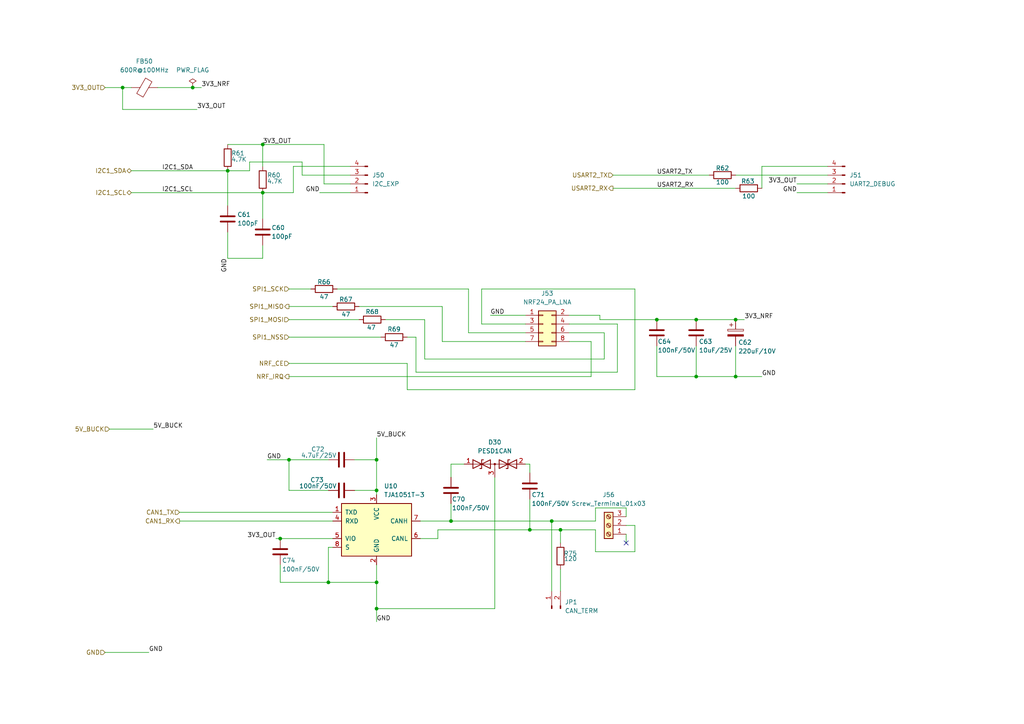
<source format=kicad_sch>
(kicad_sch (version 20250114) (generator "eeschema") (generator_version "9.0")
  (paper "A4")
  (lib_symbols
    (symbol "Connector:Conn_01x02_Pin" (pin_names (offset 1.016) (hide yes))
      (property "Reference" "J" (at 0 2.54 0))
      (property "Value" "Conn_01x02_Pin" (at 0 -5.08 0))
      (symbol "Conn_01x02_Pin_1_1"
        (rectangle (start 0.8636 0.127) (end 0 -0.127) (stroke (width 0.1524)) (fill (type outline)))
        (rectangle (start 0.8636 -2.413) (end 0 -2.667) (stroke (width 0.1524)) (fill (type outline)))
        (polyline (pts (xy 1.27 0) (xy 0.8636 0)) (stroke (width 0.1524)))
        (polyline (pts (xy 1.27 -2.54) (xy 0.8636 -2.54)) (stroke (width 0.1524)))
        (pin passive line (at 5.08 0 180) (length 3.81) (name "Pin_1") (number "1"))
        (pin passive line (at 5.08 -2.54 180) (length 3.81) (name "Pin_2") (number "2"))
      )
    )
    (symbol "Connector:Conn_01x04_Pin" (pin_names (offset 1.016) (hide yes))
      (property "Reference" "J" (at 0 5.08 0))
      (property "Value" "Conn_01x04_Pin" (at 0 -7.62 0))
      (symbol "Conn_01x04_Pin_1_1"
        (rectangle (start 0.8636 2.667) (end 0 2.413) (stroke (width 0.1524)) (fill (type outline)))
        (rectangle (start 0.8636 0.127) (end 0 -0.127) (stroke (width 0.1524)) (fill (type outline)))
        (rectangle (start 0.8636 -2.413) (end 0 -2.667) (stroke (width 0.1524)) (fill (type outline)))
        (rectangle (start 0.8636 -4.953) (end 0 -5.207) (stroke (width 0.1524)) (fill (type outline)))
        (polyline (pts (xy 1.27 2.54) (xy 0.8636 2.54)) (stroke (width 0.1524)))
        (polyline (pts (xy 1.27 0) (xy 0.8636 0)) (stroke (width 0.1524)))
        (polyline (pts (xy 1.27 -2.54) (xy 0.8636 -2.54)) (stroke (width 0.1524)))
        (polyline (pts (xy 1.27 -5.08) (xy 0.8636 -5.08)) (stroke (width 0.1524)))
        (pin passive line (at 5.08 2.54 180) (length 3.81) (name "Pin_1") (number "1"))
        (pin passive line (at 5.08 0 180) (length 3.81) (name "Pin_2") (number "2"))
        (pin passive line (at 5.08 -2.54 180) (length 3.81) (name "Pin_3") (number "3"))
        (pin passive line (at 5.08 -5.08 180) (length 3.81) (name "Pin_4") (number "4"))
      )
    )
    (symbol "Connector:Screw_Terminal_01x03" (pin_names (offset 1.016) (hide yes))
      (property "Reference" "J" (at 0 5.08 0))
      (property "Value" "Screw_Terminal_01x03" (at 0 -5.08 0))
      (symbol "Screw_Terminal_01x03_1_1"
        (rectangle (start -1.27 3.81) (end 1.27 -3.81) (stroke (width 0.254)) (fill (type background)))
        (polyline (pts (xy -0.5334 2.8702) (xy 0.3302 2.032)) (stroke (width 0.1524)))
        (polyline (pts (xy -0.5334 0.3302) (xy 0.3302 -0.508)) (stroke (width 0.1524)))
        (polyline (pts (xy -0.5334 -2.2098) (xy 0.3302 -3.048)) (stroke (width 0.1524)))
        (polyline (pts (xy -0.3556 3.048) (xy 0.508 2.2098)) (stroke (width 0.1524)))
        (polyline (pts (xy -0.3556 0.508) (xy 0.508 -0.3302)) (stroke (width 0.1524)))
        (polyline (pts (xy -0.3556 -2.032) (xy 0.508 -2.8702)) (stroke (width 0.1524)))
        (circle (center 0 2.54) (radius 0.635) (stroke (width 0.1524)))
        (circle (center 0 0) (radius 0.635) (stroke (width 0.1524)))
        (circle (center 0 -2.54) (radius 0.635) (stroke (width 0.1524)))
        (pin passive line (at -5.08 2.54 0) (length 3.81) (name "Pin_1") (number "1"))
        (pin passive line (at -5.08 0 0) (length 3.81) (name "Pin_2") (number "2"))
        (pin passive line (at -5.08 -2.54 0) (length 3.81) (name "Pin_3") (number "3"))
      )
    )
    (symbol "Connector_Generic:Conn_02x04_Odd_Even" (pin_names (offset 1.016) (hide yes))
      (property "Reference" "J" (at 1.27 5.08 0))
      (property "Value" "Conn_02x04_Odd_Even" (at 1.27 -7.62 0))
      (symbol "Conn_02x04_Odd_Even_1_1"
        (rectangle (start -1.27 3.81) (end 3.81 -6.35) (stroke (width 0.254)) (fill (type background)))
        (rectangle (start -1.27 2.667) (end 0 2.413) (stroke (width 0.1524)))
        (rectangle (start -1.27 0.127) (end 0 -0.127) (stroke (width 0.1524)))
        (rectangle (start -1.27 -2.413) (end 0 -2.667) (stroke (width 0.1524)))
        (rectangle (start -1.27 -4.953) (end 0 -5.207) (stroke (width 0.1524)))
        (rectangle (start 3.81 2.667) (end 2.54 2.413) (stroke (width 0.1524)))
        (rectangle (start 3.81 0.127) (end 2.54 -0.127) (stroke (width 0.1524)))
        (rectangle (start 3.81 -2.413) (end 2.54 -2.667) (stroke (width 0.1524)))
        (rectangle (start 3.81 -4.953) (end 2.54 -5.207) (stroke (width 0.1524)))
        (pin passive line (at -5.08 2.54 0) (length 3.81) (name "Pin_1") (number "1"))
        (pin passive line (at -5.08 0 0) (length 3.81) (name "Pin_3") (number "3"))
        (pin passive line (at -5.08 -2.54 0) (length 3.81) (name "Pin_5") (number "5"))
        (pin passive line (at -5.08 -5.08 0) (length 3.81) (name "Pin_7") (number "7"))
        (pin passive line (at 7.62 2.54 180) (length 3.81) (name "Pin_2") (number "2"))
        (pin passive line (at 7.62 0 180) (length 3.81) (name "Pin_4") (number "4"))
        (pin passive line (at 7.62 -2.54 180) (length 3.81) (name "Pin_6") (number "6"))
        (pin passive line (at 7.62 -5.08 180) (length 3.81) (name "Pin_8") (number "8"))
      )
    )
    (symbol "Device:C" (pin_numbers (hide yes)) (pin_names (offset 0.254))
      (property "Reference" "C" (at 0.635 2.54 0))
      (property "Value" "C" (at 0.635 -2.54 0))
      (symbol "C_0_1"
        (polyline (pts (xy -2.032 0.762) (xy 2.032 0.762)) (stroke (width 0.508)))
        (polyline (pts (xy -2.032 -0.762) (xy 2.032 -0.762)) (stroke (width 0.508)))
      )
      (symbol "C_1_1"
        (pin passive line (at 0 3.81 270) (length 2.794) (name "~") (number "1"))
        (pin passive line (at 0 -3.81 90) (length 2.794) (name "~") (number "2"))
      )
    )
    (symbol "Device:C_Polarized" (pin_numbers (hide yes)) (pin_names (offset 0.254))
      (property "Reference" "C" (at 0.635 2.54 0))
      (property "Value" "C_Polarized" (at 0.635 -2.54 0))
      (symbol "C_Polarized_0_1"
        (rectangle (start -2.286 0.508) (end 2.286 1.016))
        (polyline (pts (xy -1.778 2.286) (xy -0.762 2.286)))
        (polyline (pts (xy -1.27 2.794) (xy -1.27 1.778)))
        (rectangle (start 2.286 -0.508) (end -2.286 -1.016) (fill (type outline)))
      )
      (symbol "C_Polarized_1_1"
        (pin passive line (at 0 3.81 270) (length 2.794) (name "~") (number "1"))
        (pin passive line (at 0 -3.81 90) (length 2.794) (name "~") (number "2"))
      )
    )
    (symbol "Device:D_TVS_Dual_AAC" (pin_names (offset 1.016) (hide yes))
      (property "Reference" "D" (at 0 4.445 0))
      (property "Value" "D_TVS_Dual_AAC" (at 0 2.54 0))
      (symbol "D_TVS_Dual_AAC_0_0"
        (polyline (pts (xy 0 -1.27) (xy 0 0)))
      )
      (symbol "D_TVS_Dual_AAC_0_1"
        (polyline (pts (xy -6.35 1.27) (xy -1.27 -1.27) (xy -1.27 1.27) (xy -6.35 -1.27) (xy -6.35 1.27)) (stroke (width 0.254)))
        (polyline (pts (xy -6.35 0) (xy 6.35 0)))
        (polyline (pts (xy -3.302 1.27) (xy -3.81 1.27) (xy -3.81 -1.27) (xy -4.318 -1.27)) (stroke (width 0.254)))
        (circle (center 0 0) (radius 0.254) (fill (type outline)))
        (polyline (pts (xy 4.318 1.27) (xy 3.81 1.27) (xy 3.81 -1.27) (xy 3.302 -1.27)) (stroke (width 0.254)))
        (polyline (pts (xy 6.35 1.27) (xy 1.27 -1.27) (xy 1.27 1.27) (xy 6.35 -1.27) (xy 6.35 1.27)) (stroke (width 0.254)))
      )
      (symbol "D_TVS_Dual_AAC_1_1"
        (pin passive line (at -8.89 0 0) (length 2.54) (name "A1") (number "1"))
        (pin passive line (at 0 -3.81 90) (length 2.54) (name "common") (number "3"))
        (pin passive line (at 8.89 0 180) (length 2.54) (name "A2") (number "2"))
      )
    )
    (symbol "Device:FerriteBead" (pin_numbers (hide yes)) (pin_names (offset 0))
      (property "Reference" "FB" (at -3.81 0.635 90))
      (property "Value" "FerriteBead" (at 3.81 0 90))
      (symbol "FerriteBead_0_1"
        (polyline (pts (xy -2.7686 0.4064) (xy -1.7018 2.2606) (xy 2.7686 -0.3048) (xy 1.6764 -2.159) (xy -2.7686 0.4064)))
        (polyline (pts (xy 0 1.27) (xy 0 1.2954)))
        (polyline (pts (xy 0 -1.27) (xy 0 -1.2192)))
      )
      (symbol "FerriteBead_1_1"
        (pin passive line (at 0 3.81 270) (length 2.54) (name "~") (number "1"))
        (pin passive line (at 0 -3.81 90) (length 2.54) (name "~") (number "2"))
      )
    )
    (symbol "Device:R" (pin_numbers (hide yes)) (pin_names (offset 0))
      (property "Reference" "R" (at 2.032 0 90))
      (property "Value" "R" (at 0 0 90))
      (symbol "R_0_1"
        (rectangle (start -1.016 -2.54) (end 1.016 2.54) (stroke (width 0.254)))
      )
      (symbol "R_1_1"
        (pin passive line (at 0 3.81 270) (length 1.27) (name "~") (number "1"))
        (pin passive line (at 0 -3.81 90) (length 1.27) (name "~") (number "2"))
      )
    )
    (symbol "Interface_CAN_LIN:TJA1051T-3" (pin_names (offset 1.016))
      (property "Reference" "U" (at -10.16 8.89 0))
      (property "Value" "TJA1051T-3" (at 1.27 8.89 0))
      (symbol "TJA1051T-3_0_1"
        (rectangle (start -10.16 7.62) (end 10.16 -7.62) (stroke (width 0.254)) (fill (type background)))
      )
      (symbol "TJA1051T-3_1_1"
        (pin input line (at -12.7 5.08 0) (length 2.54) (name "TXD") (number "1"))
        (pin output line (at -12.7 2.54 0) (length 2.54) (name "RXD") (number "4"))
        (pin power_in line (at -12.7 -2.54 0) (length 2.54) (name "VIO") (number "5"))
        (pin input line (at -12.7 -5.08 0) (length 2.54) (name "S") (number "8"))
        (pin power_in line (at 0 10.16 270) (length 2.54) (name "VCC") (number "3"))
        (pin power_in line (at 0 -10.16 90) (length 2.54) (name "GND") (number "2"))
        (pin bidirectional line (at 12.7 2.54 180) (length 2.54) (name "CANH") (number "7"))
        (pin bidirectional line (at 12.7 -2.54 180) (length 2.54) (name "CANL") (number "6"))
      )
    )
    (symbol "power:PWR_FLAG" (power) (pin_numbers (hide yes)) (pin_names (offset 0) (hide yes))
      (property "Value" "PWR_FLAG" (at 0 3.81 0))
      (symbol "PWR_FLAG_0_0"
        (pin power_out line (at 0 0 90) (length 0) (name "~") (number "1"))
      )
      (symbol "PWR_FLAG_0_1"
        (polyline (pts (xy 0 0) (xy 0 1.27) (xy -1.016 1.905) (xy 0 2.54) (xy 1.016 1.905) (xy 0 1.27)))
      )
    )
  )
  (junction (at 35.56 25.4))
  (junction (at 95.25 168.91))
  (junction (at 201.93 109.22))
  (junction (at 153.67 153.67))
  (junction (at 190.5 92.71))
  (junction (at 109.22 176.53))
  (junction (at 109.22 168.91))
  (junction (at 213.36 109.22))
  (junction (at 55.88 25.4))
  (junction (at 76.2 55.88))
  (junction (at 66.04 49.53))
  (junction (at 130.81 151.13))
  (junction (at 109.22 142.24))
  (junction (at 213.36 92.71))
  (junction (at 83.82 133.35))
  (junction (at 76.2 41.91))
  (junction (at 160.02 151.13))
  (junction (at 81.28 156.21))
  (junction (at 162.56 153.67))
  (junction (at 201.93 92.71))
  (junction (at 109.22 133.35))
  (no_connect (at 181.61 157.48))
  (wire (pts (xy 139.7 93.98) (xy 152.4 93.98)))
  (wire (pts (xy 153.67 134.62) (xy 152.4 134.62)))
  (wire (pts (xy 76.2 71.12) (xy 76.2 74.93)))
  (wire (pts (xy 177.8 50.8) (xy 205.74 50.8)))
  (wire (pts (xy 83.82 133.35) (xy 83.82 142.24)))
  (wire (pts (xy 95.25 158.75) (xy 96.52 158.75)))
  (wire (pts (xy 162.56 165.1) (xy 162.56 171.45)))
  (wire (pts (xy 165.1 96.52) (xy 175.26 96.52)))
  (wire (pts (xy 87.63 50.8) (xy 101.6 50.8)))
  (wire (pts (xy 102.87 133.35) (xy 109.22 133.35)))
  (wire (pts (xy 184.15 160.02) (xy 184.15 152.4)))
  (wire (pts (xy 128.27 88.9) (xy 128.27 99.06)))
  (wire (pts (xy 35.56 25.4) (xy 38.1 25.4)))
  (wire (pts (xy 127 153.67) (xy 153.67 153.67)))
  (wire (pts (xy 83.82 97.79) (xy 110.49 97.79)))
  (wire (pts (xy 66.04 49.53) (xy 72.39 49.53)))
  (wire (pts (xy 55.88 25.4) (xy 58.42 25.4)))
  (wire (pts (xy 173.99 92.71) (xy 190.5 92.71)))
  (wire (pts (xy 109.22 168.91) (xy 95.25 168.91)))
  (wire (pts (xy 92.71 55.88) (xy 101.6 55.88)))
  (wire (pts (xy 201.93 92.71) (xy 213.36 92.71)))
  (wire (pts (xy 130.81 151.13) (xy 160.02 151.13)))
  (wire (pts (xy 66.04 67.31) (xy 66.04 74.93)))
  (wire (pts (xy 130.81 134.62) (xy 134.62 134.62)))
  (wire (pts (xy 128.27 99.06) (xy 152.4 99.06)))
  (wire (pts (xy 181.61 152.4) (xy 184.15 152.4)))
  (wire (pts (xy 190.5 100.33) (xy 190.5 109.22)))
  (wire (pts (xy 231.14 55.88) (xy 240.03 55.88)))
  (wire (pts (xy 76.2 41.91) (xy 76.2 48.26)))
  (wire (pts (xy 30.48 189.23) (xy 43.18 189.23)))
  (wire (pts (xy 139.7 83.82) (xy 139.7 93.98)))
  (wire (pts (xy 83.82 83.82) (xy 90.17 83.82)))
  (wire (pts (xy 93.98 41.91) (xy 93.98 53.34)))
  (wire (pts (xy 38.1 49.53) (xy 66.04 49.53)))
  (wire (pts (xy 135.89 96.52) (xy 152.4 96.52)))
  (wire (pts (xy 81.28 163.83) (xy 81.28 168.91)))
  (wire (pts (xy 35.56 31.75) (xy 57.15 31.75)))
  (wire (pts (xy 66.04 74.93) (xy 76.2 74.93)))
  (wire (pts (xy 109.22 176.53) (xy 143.51 176.53)))
  (wire (pts (xy 153.67 153.67) (xy 162.56 153.67)))
  (wire (pts (xy 118.11 97.79) (xy 120.65 97.79)))
  (wire (pts (xy 76.2 41.91) (xy 93.98 41.91)))
  (wire (pts (xy 121.92 151.13) (xy 130.81 151.13)))
  (wire (pts (xy 72.39 46.99) (xy 87.63 46.99)))
  (wire (pts (xy 220.98 54.61) (xy 220.98 48.26)))
  (wire (pts (xy 173.99 92.71) (xy 173.99 91.44)))
  (wire (pts (xy 111.76 92.71) (xy 123.19 92.71)))
  (wire (pts (xy 130.81 146.05) (xy 130.81 151.13)))
  (wire (pts (xy 95.25 168.91) (xy 95.25 158.75)))
  (wire (pts (xy 181.61 147.32) (xy 181.61 149.86)))
  (wire (pts (xy 184.15 113.03) (xy 184.15 83.82)))
  (wire (pts (xy 179.07 93.98) (xy 165.1 93.98)))
  (wire (pts (xy 76.2 55.88) (xy 76.2 63.5)))
  (wire (pts (xy 52.07 151.13) (xy 96.52 151.13)))
  (wire (pts (xy 72.39 49.53) (xy 72.39 46.99)))
  (wire (pts (xy 30.48 25.4) (xy 35.56 25.4)))
  (wire (pts (xy 172.72 160.02) (xy 184.15 160.02)))
  (wire (pts (xy 85.09 48.26) (xy 101.6 48.26)))
  (wire (pts (xy 118.11 105.41) (xy 118.11 113.03)))
  (wire (pts (xy 130.81 134.62) (xy 130.81 138.43)))
  (wire (pts (xy 143.51 138.43) (xy 143.51 176.53)))
  (wire (pts (xy 83.82 92.71) (xy 104.14 92.71)))
  (wire (pts (xy 162.56 153.67) (xy 172.72 153.67)))
  (wire (pts (xy 102.87 142.24) (xy 109.22 142.24)))
  (wire (pts (xy 160.02 171.45) (xy 160.02 151.13)))
  (wire (pts (xy 109.22 142.24) (xy 109.22 143.51)))
  (wire (pts (xy 172.72 147.32) (xy 181.61 147.32)))
  (wire (pts (xy 153.67 144.78) (xy 153.67 153.67)))
  (wire (pts (xy 83.82 105.41) (xy 118.11 105.41)))
  (wire (pts (xy 190.5 109.22) (xy 201.93 109.22)))
  (wire (pts (xy 38.1 55.88) (xy 76.2 55.88)))
  (wire (pts (xy 213.36 109.22) (xy 220.98 109.22)))
  (wire (pts (xy 77.47 133.35) (xy 83.82 133.35)))
  (wire (pts (xy 118.11 113.03) (xy 184.15 113.03)))
  (wire (pts (xy 135.89 83.82) (xy 135.89 96.52)))
  (wire (pts (xy 109.22 133.35) (xy 109.22 142.24)))
  (wire (pts (xy 123.19 104.14) (xy 175.26 104.14)))
  (wire (pts (xy 162.56 153.67) (xy 162.56 157.48)))
  (wire (pts (xy 213.36 92.71) (xy 215.9 92.71)))
  (wire (pts (xy 172.72 153.67) (xy 172.72 160.02)))
  (wire (pts (xy 83.82 133.35) (xy 95.25 133.35)))
  (wire (pts (xy 153.67 134.62) (xy 153.67 137.16)))
  (wire (pts (xy 201.93 109.22) (xy 213.36 109.22)))
  (wire (pts (xy 85.09 55.88) (xy 85.09 48.26)))
  (wire (pts (xy 201.93 100.33) (xy 201.93 109.22)))
  (wire (pts (xy 104.14 88.9) (xy 128.27 88.9)))
  (wire (pts (xy 109.22 176.53) (xy 109.22 168.91)))
  (wire (pts (xy 81.28 156.21) (xy 96.52 156.21)))
  (wire (pts (xy 142.24 91.44) (xy 152.4 91.44)))
  (wire (pts (xy 120.65 107.95) (xy 179.07 107.95)))
  (wire (pts (xy 52.07 148.59) (xy 96.52 148.59)))
  (wire (pts (xy 213.36 100.33) (xy 213.36 109.22)))
  (wire (pts (xy 66.04 41.91) (xy 76.2 41.91)))
  (wire (pts (xy 35.56 25.4) (xy 35.56 31.75)))
  (wire (pts (xy 80.01 156.21) (xy 81.28 156.21)))
  (wire (pts (xy 121.92 156.21) (xy 127 156.21)))
  (wire (pts (xy 93.98 53.34) (xy 101.6 53.34)))
  (wire (pts (xy 76.2 55.88) (xy 85.09 55.88)))
  (wire (pts (xy 120.65 97.79) (xy 120.65 107.95)))
  (wire (pts (xy 160.02 151.13) (xy 172.72 151.13)))
  (wire (pts (xy 173.99 91.44) (xy 165.1 91.44)))
  (wire (pts (xy 127 156.21) (xy 127 153.67)))
  (wire (pts (xy 190.5 92.71) (xy 201.93 92.71)))
  (wire (pts (xy 109.22 127) (xy 109.22 133.35)))
  (wire (pts (xy 66.04 49.53) (xy 66.04 59.69)))
  (wire (pts (xy 81.28 168.91) (xy 95.25 168.91)))
  (wire (pts (xy 172.72 151.13) (xy 172.72 147.32)))
  (wire (pts (xy 139.7 83.82) (xy 184.15 83.82)))
  (wire (pts (xy 83.82 142.24) (xy 95.25 142.24)))
  (wire (pts (xy 171.45 99.06) (xy 165.1 99.06)))
  (wire (pts (xy 123.19 104.14) (xy 123.19 92.71)))
  (wire (pts (xy 175.26 96.52) (xy 175.26 104.14)))
  (wire (pts (xy 181.61 154.94) (xy 181.61 157.48)))
  (wire (pts (xy 83.82 88.9) (xy 96.52 88.9)))
  (wire (pts (xy 220.98 48.26) (xy 240.03 48.26)))
  (wire (pts (xy 179.07 107.95) (xy 179.07 93.98)))
  (wire (pts (xy 83.82 109.22) (xy 171.45 109.22)))
  (wire (pts (xy 109.22 180.34) (xy 109.22 176.53)))
  (wire (pts (xy 31.75 124.46) (xy 44.45 124.46)))
  (wire (pts (xy 109.22 168.91) (xy 109.22 163.83)))
  (wire (pts (xy 231.14 53.34) (xy 240.03 53.34)))
  (wire (pts (xy 97.79 83.82) (xy 135.89 83.82)))
  (wire (pts (xy 45.72 25.4) (xy 55.88 25.4)))
  (wire (pts (xy 87.63 46.99) (xy 87.63 50.8)))
  (wire (pts (xy 213.36 50.8) (xy 240.03 50.8)))
  (wire (pts (xy 177.8 54.61) (xy 213.36 54.61)))
  (wire (pts (xy 171.45 109.22) (xy 171.45 99.06)))
  (label "3V3_NRF" (at 215.9 92.71 0))
  (label "GND" (at 66.04 74.93 270))
  (label "GND" (at 220.98 109.22 0))
  (label "GND" (at 92.71 55.88 180))
  (label "5V_BUCK" (at 109.22 127 0))
  (label "GND" (at 231.14 55.88 180))
  (label "USART2_TX" (at 190.5 50.8 0))
  (label "3V3_OUT" (at 80.01 156.21 180))
  (label "5V_BUCK" (at 44.45 124.46 0))
  (label "3V3_OUT" (at 76.2 41.91 0))
  (label "3V3_NRF" (at 58.42 25.4 0))
  (label "USART2_RX" (at 190.5 54.61 0))
  (label "3V3_OUT" (at 57.15 31.75 0))
  (label "3V3_OUT" (at 231.14 53.34 180))
  (label "GND" (at 109.22 180.34 0))
  (label "GND" (at 43.18 189.23 0))
  (label "GND" (at 142.24 91.44 0))
  (label "I2C1_SCL" (at 46.99 55.88 0))
  (label "I2C1_SDA" (at 46.99 49.53 0))
  (label "GND" (at 77.47 133.35 0))
  (hierarchical_label "SPI1_MISO" (shape output) (at 83.82 88.9 180))
  (hierarchical_label "NRF_IRQ" (shape output) (at 83.82 109.22 180))
  (hierarchical_label "CAN1_RX" (shape output) (at 52.07 151.13 180))
  (hierarchical_label "USART2_TX" (shape input) (at 177.8 50.8 180))
  (hierarchical_label "SPI1_MOSI" (shape input) (at 83.82 92.71 180))
  (hierarchical_label "CAN1_TX" (shape input) (at 52.07 148.59 180))
  (hierarchical_label "SPI1_SCK" (shape input) (at 83.82 83.82 180))
  (hierarchical_label "5V_BUCK" (shape input) (at 31.75 124.46 180))
  (hierarchical_label "I2C1_SDA" (shape bidirectional) (at 38.1 49.53 180))
  (hierarchical_label "GND" (shape input) (at 30.48 189.23 180))
  (hierarchical_label "I2C1_SCL" (shape bidirectional) (at 38.1 55.88 180))
  (hierarchical_label "NRF_CE" (shape input) (at 83.82 105.41 180))
  (hierarchical_label "SPI1_NSS" (shape input) (at 83.82 97.79 180))
  (hierarchical_label "USART2_RX" (shape output) (at 177.8 54.61 180))
  (hierarchical_label "3V3_OUT" (shape input) (at 30.48 25.4 180))
  (symbol (lib_id "Device:C") (at 99.06 142.24 270) (unit 1)
    (property "Reference" "C73" (at 91.948 139.192 90))
    (property "Value" "100nF/50V" (at 92.202 140.97 90))
    (property "Footprint" "Capacitor_SMD:C_0603_1608Metric" (effects (hide yes)))
    (property "Description" "Unpolarized capacitor" (effects (hide yes)))
    (property "LCSC" "C6119867" (effects (hide yes)))
  )
  (symbol (lib_id "Device:D_TVS_Dual_AAC") (at 143.51 134.62 0) (unit 1)
    (property "Reference" "D30" (at 143.51 128.27 0))
    (property "Value" "PESD1CAN" (at 143.51 130.81 0))
    (property "Footprint" "Package_TO_SOT_SMD:SOT-23" (effects (hide yes)))
    (property "Description" "Bidirectional dual transient-voltage-suppression diode, center on pin 3" (effects (hide yes)))
    (property "LCSC" "C2827654" (effects (hide yes)))
  )
  (symbol (lib_id "Device:C") (at 66.04 63.5 0) (unit 1)
    (property "Reference" "C61" (at 68.834 62.23 0) (effects (justify left)))
    (property "Value" "100pF" (at 68.834 64.77 0) (effects (justify left)))
    (property "Footprint" "Capacitor_SMD:C_0603_1608Metric" (effects (hide yes)))
    (property "Description" "Unpolarized capacitor" (effects (hide yes)))
    (property "LCSC" "C14858" (effects (hide yes)))
  )
  (symbol (lib_id "Device:C") (at 130.81 142.24 0) (unit 1)
    (property "Reference" "C70" (at 131.064 144.78 0) (effects (justify left)))
    (property "Value" "100nF/50V" (at 131.064 147.32 0) (effects (justify left)))
    (property "Footprint" "Capacitor_SMD:C_0603_1608Metric" (effects (hide yes)))
    (property "Description" "Unpolarized capacitor" (effects (hide yes)))
    (property "LCSC" "C6119867" (effects (hide yes)))
  )
  (symbol (lib_id "Connector:Conn_01x02_Pin") (at 160.02 176.53 90) (unit 1) (in_bom no)
    (property "Reference" "JP1" (at 163.83 174.6249 90) (effects (justify right)))
    (property "Value" "CAN_TERM" (at 163.83 177.1649 90) (effects (justify right)))
    (property "Footprint" "Connector_PinHeader_2.54mm:PinHeader_1x02_P2.54mm_Vertical" (effects (hide yes)))
    (property "Description" "Generic connector, single row, 01x02, script generated" (effects (hide yes)))
  )
  (symbol (lib_id "Device:R") (at 107.95 92.71 90) (unit 1)
    (property "Reference" "R68" (at 107.95 90.424 90))
    (property "Value" "47" (at 107.696 94.996 90))
    (property "Footprint" "Resistor_SMD:R_0603_1608Metric" (effects (hide yes)))
    (property "Description" "Resistor" (effects (hide yes)))
    (property "LCSC" "C1211" (effects (hide yes)))
  )
  (symbol (lib_id "Device:R") (at 93.98 83.82 90) (unit 1)
    (property "Reference" "R66" (at 93.98 81.788 90))
    (property "Value" "47" (at 93.98 86.106 90))
    (property "Footprint" "Resistor_SMD:R_0603_1608Metric" (effects (hide yes)))
    (property "Description" "Resistor" (effects (hide yes)))
    (property "LCSC" "C1211" (effects (hide yes)))
  )
  (symbol (lib_id "Interface_CAN_LIN:TJA1051T-3") (at 109.22 153.67 0) (unit 1) (in_bom no)
    (property "Reference" "U10" (at 111.3633 140.97 0) (effects (justify left)))
    (property "Value" "TJA1051T-3" (at 111.3633 143.51 0) (effects (justify left)))
    (property "Footprint" "Package_SO:SOIC-8_3.9x4.9mm_P1.27mm" (effects (hide yes)))
    (property "Datasheet" "http://www.nxp.com/docs/en/data-sheet/TJA1051.pdf" (effects (hide yes)))
    (property "Description" "High-Speed CAN Transceiver, separate VIO, silent mode, SOIC-8" (effects (hide yes)))
    (property "LCSC" "C38695" (effects (hide yes)))
  )
  (symbol (lib_id "Device:C_Polarized") (at 213.36 96.52 0) (unit 1) (in_bom no)
    (property "Reference" "C62" (at 214.122 99.314 0) (effects (justify left)))
    (property "Value" "220uF/10V" (at 214.122 101.854 0) (effects (justify left)))
    (property "Footprint" "Capacitor_THT:CP_Radial_D6.3mm_P2.50mm" (effects (hide yes)))
    (property "Description" "Polarized capacitor" (effects (hide yes)))
    (property "LCSC" "C47262" (effects (hide yes)))
  )
  (symbol (lib_id "Connector:Conn_01x04_Pin") (at 106.68 53.34 180) (unit 1) (in_bom no)
    (property "Reference" "J50" (at 107.95 50.7999 0) (effects (justify right)))
    (property "Value" "I2C_EXP" (at 107.95 53.3399 0) (effects (justify right)))
    (property "Footprint" "Connector_PinSocket_2.54mm:PinSocket_1x04_P2.54mm_Vertical" (effects (hide yes)))
    (property "Description" "Generic connector, single row, 01x04, script generated" (effects (hide yes)))
    (property "LCSC" "C124421" (effects (hide yes)))
  )
  (symbol (lib_id "Device:FerriteBead") (at 41.91 25.4 90) (unit 1)
    (property "Reference" "FB50" (at 41.8592 17.78 90))
    (property "Value" "600R@100MHz" (at 41.8592 20.32 90))
    (property "Footprint" "Inductor_SMD:L_1206_3216Metric" (effects (hide yes)))
    (property "Description" "Ferrite bead" (effects (hide yes)))
    (property "LCSC" "C16902" (effects (hide yes)))
  )
  (symbol (lib_id "Device:C") (at 81.28 160.02 180) (unit 1)
    (property "Reference" "C74" (at 81.788 162.56 0) (effects (justify right)))
    (property "Value" "100nF/50V" (at 81.788 165.1 0) (effects (justify right)))
    (property "Footprint" "Capacitor_SMD:C_0603_1608Metric" (effects (hide yes)))
    (property "Description" "Unpolarized capacitor" (effects (hide yes)))
    (property "LCSC" "C6119867" (effects (hide yes)))
  )
  (symbol (lib_id "Device:C") (at 76.2 67.31 0) (unit 1)
    (property "Reference" "C60" (at 78.74 66.04 0) (effects (justify left)))
    (property "Value" "100pF" (at 78.74 68.58 0) (effects (justify left)))
    (property "Footprint" "Capacitor_SMD:C_0603_1608Metric" (effects (hide yes)))
    (property "Description" "Unpolarized capacitor" (effects (hide yes)))
    (property "LCSC" "C14858" (effects (hide yes)))
  )
  (symbol (lib_id "Device:R") (at 217.17 54.61 90) (unit 1)
    (property "Reference" "R63" (at 216.916 52.578 90))
    (property "Value" "100" (at 217.17 56.896 90))
    (property "Footprint" "Resistor_SMD:R_0603_1608Metric" (effects (hide yes)))
    (property "Description" "Resistor" (effects (hide yes)))
    (property "LCSC" "C22775" (effects (hide yes)))
  )
  (symbol (lib_id "Device:R") (at 114.3 97.79 90) (unit 1)
    (property "Reference" "R69" (at 114.3 95.504 90))
    (property "Value" "47" (at 114.3 100.076 90))
    (property "Footprint" "Resistor_SMD:R_0603_1608Metric" (effects (hide yes)))
    (property "Description" "Resistor" (effects (hide yes)))
    (property "LCSC" "C1211" (effects (hide yes)))
  )
  (symbol (lib_id "Device:R") (at 100.33 88.9 90) (unit 1)
    (property "Reference" "R67" (at 100.33 86.868 90))
    (property "Value" "47" (at 100.33 91.186 90))
    (property "Footprint" "Resistor_SMD:R_0603_1608Metric" (effects (hide yes)))
    (property "Description" "Resistor" (effects (hide yes)))
    (property "LCSC" "C1211" (effects (hide yes)))
  )
  (symbol (lib_id "Device:R") (at 209.55 50.8 90) (unit 1)
    (property "Reference" "R62" (at 209.55 48.768 90))
    (property "Value" "100" (at 209.55 52.832 90))
    (property "Footprint" "Resistor_SMD:R_0603_1608Metric" (effects (hide yes)))
    (property "Description" "Resistor" (effects (hide yes)))
    (property "LCSC" "C22775" (effects (hide yes)))
  )
  (symbol (lib_id "Connector:Screw_Terminal_01x03") (at 176.53 152.4 180) (unit 1) (in_bom no)
    (property "Reference" "J56" (at 176.53 143.51 0))
    (property "Value" "Screw_Terminal_01x03" (at 176.53 146.05 0))
    (property "Footprint" "TerminalBlock_Phoenix:TerminalBlock_Phoenix_MKDS-1,5-3_1x03_P5.00mm_Horizontal" (effects (hide yes)))
    (property "Description" "Generic screw terminal, single row, 01x03, script generated (kicad-library-utils/schlib/autogen/connector/)" (effects (hide yes)))
    (property "LCSC" "C395850" (effects (hide yes)))
  )
  (symbol (lib_id "Device:R") (at 162.56 161.29 0) (unit 1)
    (property "Reference" "R75" (at 167.386 160.528 0) (effects (justify right)))
    (property "Value" "120" (at 167.386 162.052 0) (effects (justify right)))
    (property "Footprint" "Resistor_SMD:R_0603_1608Metric" (effects (hide yes)))
    (property "Description" "Resistor" (effects (hide yes)))
    (property "LCSC" "C114640" (effects (hide yes)))
  )
  (symbol (lib_id "Connector_Generic:Conn_02x04_Odd_Even") (at 157.48 93.98 0) (unit 1) (in_bom no)
    (property "Reference" "J53" (at 158.75 85.09 0))
    (property "Value" "NRF24_PA_LNA" (at 158.75 87.63 0))
    (property "Footprint" "Connector_PinSocket_2.54mm:PinSocket_2x04_P2.54mm_Vertical" (effects (hide yes)))
    (property "Description" "Generic connector, double row, 02x04, odd/even pin numbering scheme (row 1 odd numbers, row 2 even numbers), script generated (kicad-library-utils/schlib/autogen/connector/)" (effects (hide yes)))
  )
  (symbol (lib_id "Device:C") (at 201.93 96.52 0) (unit 1)
    (property "Reference" "C63" (at 202.692 99.06 0) (effects (justify left)))
    (property "Value" "10uF/25V" (at 202.692 101.6 0) (effects (justify left)))
    (property "Footprint" "Capacitor_SMD:C_0603_1608Metric" (effects (hide yes)))
    (property "Description" "Unpolarized capacitor" (effects (hide yes)))
    (property "LCSC" "C6119815" (effects (hide yes)))
  )
  (symbol (lib_id "Device:C") (at 190.5 96.52 0) (unit 1)
    (property "Reference" "C64" (at 190.754 99.06 0) (effects (justify left)))
    (property "Value" "100nF/50V" (at 190.754 101.6 0) (effects (justify left)))
    (property "Footprint" "Capacitor_SMD:C_0603_1608Metric" (effects (hide yes)))
    (property "Description" "Unpolarized capacitor" (effects (hide yes)))
    (property "LCSC" "C6119867" (effects (hide yes)))
  )
  (symbol (lib_id "power:PWR_FLAG") (at 55.88 25.4 0) (unit 1)
    (property "Reference" "#FLG011" (effects (hide yes)))
    (property "Value" "PWR_FLAG" (at 55.88 20.32 0))
    (property "Description" "Special symbol for telling ERC where power comes from" (effects (hide yes)))
  )
  (symbol (lib_id "Device:C") (at 153.67 140.97 0) (unit 1)
    (property "Reference" "C71" (at 154.178 143.51 0) (effects (justify left)))
    (property "Value" "100nF/50V" (at 154.178 146.05 0) (effects (justify left)))
    (property "Footprint" "Capacitor_SMD:C_0603_1608Metric" (effects (hide yes)))
    (property "Description" "Unpolarized capacitor" (effects (hide yes)))
    (property "LCSC" "C6119867" (effects (hide yes)))
  )
  (symbol (lib_id "Connector:Conn_01x04_Pin") (at 245.11 53.34 180) (unit 1) (in_bom no)
    (property "Reference" "J51" (at 246.38 50.7999 0) (effects (justify right)))
    (property "Value" "UART2_DEBUG" (at 246.38 53.3399 0) (effects (justify right)))
    (property "Footprint" "Connector_PinSocket_2.54mm:PinSocket_1x04_P2.54mm_Vertical" (effects (hide yes)))
    (property "Description" "Generic connector, single row, 01x04, script generated" (effects (hide yes)))
    (property "LCSC" "C124421" (effects (hide yes)))
  )
  (symbol (lib_id "Device:C") (at 99.06 133.35 90) (unit 1)
    (property "Reference" "C72" (at 92.202 130.302 90))
    (property "Value" "4.7uF/25V" (at 92.456 132.08 90))
    (property "Footprint" "Capacitor_SMD:C_0603_1608Metric" (effects (hide yes)))
    (property "Description" "Unpolarized capacitor" (effects (hide yes)))
    (property "LCSC" "C90057" (effects (hide yes)))
  )
  (symbol (lib_id "Device:R") (at 76.2 52.07 0) (unit 1)
    (property "Reference" "R60" (at 77.47 50.8 0) (effects (justify left)))
    (property "Value" "4.7K" (at 77.47 52.578 0) (effects (justify left)))
    (property "Footprint" "Resistor_SMD:R_0603_1608Metric" (effects (hide yes)))
    (property "Description" "Resistor" (effects (hide yes)))
    (property "LCSC" "C23162" (effects (hide yes)))
  )
  (symbol (lib_id "Device:R") (at 66.04 45.72 0) (unit 1)
    (property "Reference" "R61" (at 67.056 44.45 0) (effects (justify left)))
    (property "Value" "4.7K" (at 67.056 46.228 0) (effects (justify left)))
    (property "Footprint" "Resistor_SMD:R_0603_1608Metric" (effects (hide yes)))
    (property "Description" "Resistor" (effects (hide yes)))
    (property "LCSC" "C23162" (effects (hide yes)))
  )
)
</source>
